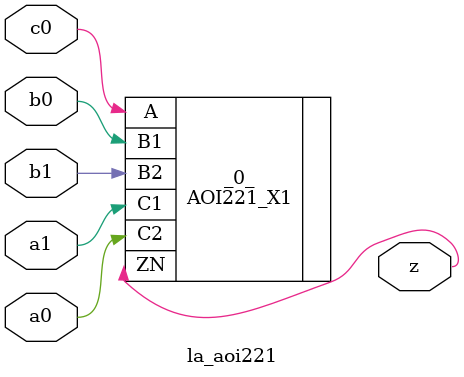
<source format=v>
/* Generated by Yosys 0.37 (git sha1 a5c7f69ed, clang 14.0.0-1ubuntu1.1 -fPIC -Os) */

module la_aoi221(a0, a1, b0, b1, c0, z);
  input a0;
  wire a0;
  input a1;
  wire a1;
  input b0;
  wire b0;
  input b1;
  wire b1;
  input c0;
  wire c0;
  output z;
  wire z;
  AOI221_X1 _0_ (
    .A(c0),
    .B1(b0),
    .B2(b1),
    .C1(a1),
    .C2(a0),
    .ZN(z)
  );
endmodule

</source>
